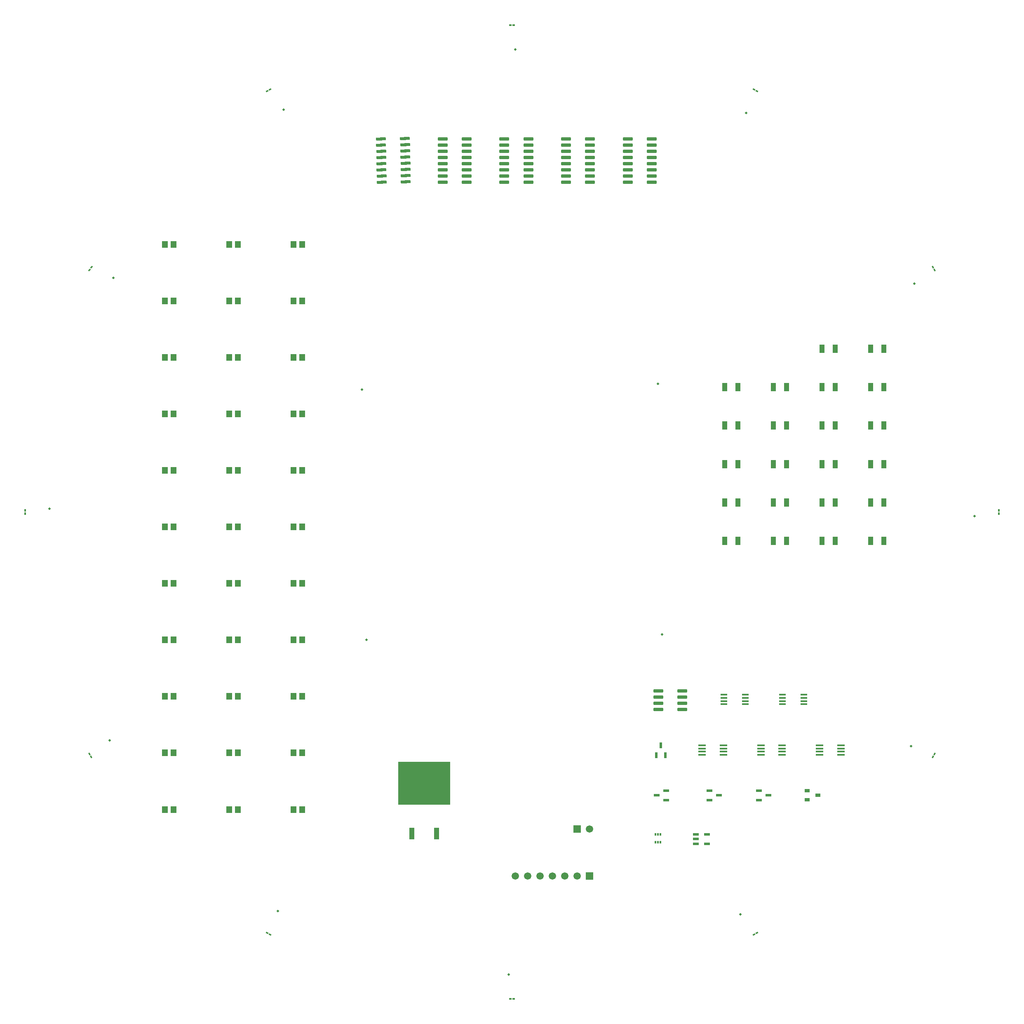
<source format=gbr>
%TF.GenerationSoftware,Altium Limited,Altium Designer,20.2.3 (150)*%
G04 Layer_Color=255*
%FSLAX45Y45*%
%MOMM*%
%TF.SameCoordinates,D065702F-5D7C-4ECE-B493-19553C93D9E3*%
%TF.FilePolarity,Positive*%
%TF.FileFunction,Pads,Top*%
%TF.Part,Single*%
G01*
G75*
%TA.AperFunction,SMDPad,CuDef*%
%ADD10R,0.32000X0.56000*%
G04:AMPARAMS|DCode=11|XSize=1.97mm|YSize=0.6mm|CornerRadius=0.075mm|HoleSize=0mm|Usage=FLASHONLY|Rotation=180.000|XOffset=0mm|YOffset=0mm|HoleType=Round|Shape=RoundedRectangle|*
%AMROUNDEDRECTD11*
21,1,1.97000,0.45000,0,0,180.0*
21,1,1.82000,0.60000,0,0,180.0*
1,1,0.15000,-0.91000,0.22500*
1,1,0.15000,0.91000,0.22500*
1,1,0.15000,0.91000,-0.22500*
1,1,0.15000,-0.91000,-0.22500*
%
%ADD11ROUNDEDRECTD11*%
%ADD12R,1.27000X0.55880*%
%ADD13R,1.49860X0.43180*%
%ADD14R,1.39700X0.43180*%
G04:AMPARAMS|DCode=15|XSize=1.26mm|YSize=0.59mm|CornerRadius=0.07375mm|HoleSize=0mm|Usage=FLASHONLY|Rotation=0.000|XOffset=0mm|YOffset=0mm|HoleType=Round|Shape=RoundedRectangle|*
%AMROUNDEDRECTD15*
21,1,1.26000,0.44250,0,0,0.0*
21,1,1.11250,0.59000,0,0,0.0*
1,1,0.14750,0.55625,-0.22125*
1,1,0.14750,-0.55625,-0.22125*
1,1,0.14750,-0.55625,0.22125*
1,1,0.14750,0.55625,0.22125*
%
%ADD15ROUNDEDRECTD15*%
G04:AMPARAMS|DCode=16|XSize=1.26mm|YSize=0.59mm|CornerRadius=0.07375mm|HoleSize=0mm|Usage=FLASHONLY|Rotation=90.000|XOffset=0mm|YOffset=0mm|HoleType=Round|Shape=RoundedRectangle|*
%AMROUNDEDRECTD16*
21,1,1.26000,0.44250,0,0,90.0*
21,1,1.11250,0.59000,0,0,90.0*
1,1,0.14750,0.22125,0.55625*
1,1,0.14750,0.22125,-0.55625*
1,1,0.14750,-0.22125,-0.55625*
1,1,0.14750,-0.22125,0.55625*
%
%ADD16ROUNDEDRECTD16*%
G04:AMPARAMS|DCode=17|XSize=1.09mm|YSize=0.61mm|CornerRadius=0.07625mm|HoleSize=0mm|Usage=FLASHONLY|Rotation=0.000|XOffset=0mm|YOffset=0mm|HoleType=Round|Shape=RoundedRectangle|*
%AMROUNDEDRECTD17*
21,1,1.09000,0.45750,0,0,0.0*
21,1,0.93750,0.61000,0,0,0.0*
1,1,0.15250,0.46875,-0.22875*
1,1,0.15250,-0.46875,-0.22875*
1,1,0.15250,-0.46875,0.22875*
1,1,0.15250,0.46875,0.22875*
%
%ADD17ROUNDEDRECTD17*%
%ADD18R,1.10000X1.70000*%
%ADD19R,1.20000X1.40000*%
G04:AMPARAMS|DCode=20|XSize=1.97mm|YSize=0.6mm|CornerRadius=0.075mm|HoleSize=0mm|Usage=FLASHONLY|Rotation=180.044|XOffset=0mm|YOffset=0mm|HoleType=Round|Shape=RoundedRectangle|*
%AMROUNDEDRECTD20*
21,1,1.97000,0.45000,0,0,180.0*
21,1,1.82000,0.60000,0,0,180.0*
1,1,0.15000,-0.91017,0.22430*
1,1,0.15000,0.90983,0.22570*
1,1,0.15000,0.91017,-0.22430*
1,1,0.15000,-0.90983,-0.22570*
%
%ADD20ROUNDEDRECTD20*%
%ADD21R,1.05000X2.40000*%
%ADD22R,10.65000X8.90000*%
G04:AMPARAMS|DCode=23|XSize=1.97mm|YSize=0.6mm|CornerRadius=0.075mm|HoleSize=0mm|Usage=FLASHONLY|Rotation=181.033|XOffset=0mm|YOffset=0mm|HoleType=Round|Shape=RoundedRectangle|*
%AMROUNDEDRECTD23*
21,1,1.97000,0.45000,0,0,181.0*
21,1,1.82000,0.60000,0,0,181.0*
1,1,0.15000,-0.91391,0.20856*
1,1,0.15000,0.90580,0.24136*
1,1,0.15000,0.91391,-0.20856*
1,1,0.15000,-0.90580,-0.24136*
%
%ADD23ROUNDEDRECTD23*%
G04:AMPARAMS|DCode=24|XSize=0.3mm|YSize=0.5mm|CornerRadius=0mm|HoleSize=0mm|Usage=FLASHONLY|Rotation=179.227|XOffset=0mm|YOffset=0mm|HoleType=Round|Shape=Rectangle|*
%AMROTATEDRECTD24*
4,1,4,0.15336,0.24795,0.14661,-0.25200,-0.15336,-0.24795,-0.14661,0.25200,0.15336,0.24795,0.0*
%
%ADD24ROTATEDRECTD24*%

%ADD25R,0.50000X0.30000*%
G04:AMPARAMS|DCode=26|XSize=0.3mm|YSize=0.5mm|CornerRadius=0mm|HoleSize=0mm|Usage=FLASHONLY|Rotation=239.828|XOffset=0mm|YOffset=0mm|HoleType=Round|Shape=Rectangle|*
%AMROTATEDRECTD26*
4,1,4,-0.14074,0.25533,0.29152,0.00403,0.14074,-0.25533,-0.29152,-0.00403,-0.14074,0.25533,0.0*
%
%ADD26ROTATEDRECTD26*%

G04:AMPARAMS|DCode=27|XSize=0.3mm|YSize=0.5mm|CornerRadius=0mm|HoleSize=0mm|Usage=FLASHONLY|Rotation=300.000|XOffset=0mm|YOffset=0mm|HoleType=Round|Shape=Rectangle|*
%AMROTATEDRECTD27*
4,1,4,-0.29151,0.00490,0.14151,0.25490,0.29151,-0.00490,-0.14151,-0.25490,-0.29151,0.00490,0.0*
%
%ADD27ROTATEDRECTD27*%

G04:AMPARAMS|DCode=28|XSize=0.3mm|YSize=0.5mm|CornerRadius=0mm|HoleSize=0mm|Usage=FLASHONLY|Rotation=143.067|XOffset=0mm|YOffset=0mm|HoleType=Round|Shape=Rectangle|*
%AMROTATEDRECTD28*
4,1,4,0.27012,0.10970,-0.03032,-0.28997,-0.27012,-0.10970,0.03032,0.28997,0.27012,0.10970,0.0*
%
%ADD28ROTATEDRECTD28*%

G04:AMPARAMS|DCode=29|XSize=0.3mm|YSize=0.5mm|CornerRadius=0mm|HoleSize=0mm|Usage=FLASHONLY|Rotation=0.225|XOffset=0mm|YOffset=0mm|HoleType=Round|Shape=Rectangle|*
%AMROTATEDRECTD29*
4,1,4,-0.14902,-0.25059,-0.15098,0.24941,0.14902,0.25059,0.15098,-0.24941,-0.14902,-0.25059,0.0*
%
%ADD29ROTATEDRECTD29*%

G04:AMPARAMS|DCode=30|XSize=0.3mm|YSize=0.5mm|CornerRadius=0mm|HoleSize=0mm|Usage=FLASHONLY|Rotation=29.737|XOffset=0mm|YOffset=0mm|HoleType=Round|Shape=Rectangle|*
%AMROTATEDRECTD30*
4,1,4,-0.00624,-0.29148,-0.25425,0.14267,0.00624,0.29148,0.25425,-0.14267,-0.00624,-0.29148,0.0*
%
%ADD30ROTATEDRECTD30*%

G04:AMPARAMS|DCode=31|XSize=0.3mm|YSize=0.5mm|CornerRadius=0mm|HoleSize=0mm|Usage=FLASHONLY|Rotation=150.000|XOffset=0mm|YOffset=0mm|HoleType=Round|Shape=Rectangle|*
%AMROTATEDRECTD31*
4,1,4,0.25490,0.14151,0.00490,-0.29151,-0.25490,-0.14151,-0.00490,0.29151,0.25490,0.14151,0.0*
%
%ADD31ROTATEDRECTD31*%

%TA.AperFunction,ComponentPad*%
%ADD33R,1.50000X1.50000*%
%ADD34C,1.50000*%
%ADD35C,0.50000*%
D10*
X14047836Y4220942D02*
D03*
X13947836Y4377939D02*
D03*
X13997838D02*
D03*
X14047836D02*
D03*
X13997838Y4220942D02*
D03*
X13947836D02*
D03*
D11*
X14002747Y6945427D02*
D03*
Y7072427D02*
D03*
Y7199427D02*
D03*
Y7326427D02*
D03*
X14496745D02*
D03*
Y7199427D02*
D03*
Y7072427D02*
D03*
Y6945427D02*
D03*
X13375320Y17773442D02*
D03*
X13375314Y17900447D02*
D03*
X13375320Y18027441D02*
D03*
Y18154442D02*
D03*
Y18281442D02*
D03*
Y18408443D02*
D03*
Y18535442D02*
D03*
Y18662442D02*
D03*
X13870316D02*
D03*
X13870320Y18535442D02*
D03*
Y18408443D02*
D03*
Y18281442D02*
D03*
Y18154442D02*
D03*
Y18027441D02*
D03*
Y17900443D02*
D03*
Y17773442D02*
D03*
X10840725Y17773447D02*
D03*
Y17900447D02*
D03*
Y18027448D02*
D03*
Y18154446D02*
D03*
Y18281447D02*
D03*
Y18408447D02*
D03*
Y18535442D02*
D03*
Y18662447D02*
D03*
X11335725D02*
D03*
Y18535448D02*
D03*
Y18408443D02*
D03*
X11335720Y18281447D02*
D03*
X11335725Y18154446D02*
D03*
Y18027448D02*
D03*
Y17900447D02*
D03*
Y17773447D02*
D03*
X12108023Y17773442D02*
D03*
X12108017Y17900443D02*
D03*
X12108023Y18027441D02*
D03*
X12108017Y18154442D02*
D03*
X12108023Y18281442D02*
D03*
Y18408443D02*
D03*
Y18535442D02*
D03*
Y18662442D02*
D03*
X12603023D02*
D03*
Y18535442D02*
D03*
Y18408443D02*
D03*
Y18281442D02*
D03*
X12603018Y18154442D02*
D03*
Y18027441D02*
D03*
Y17900443D02*
D03*
Y17773442D02*
D03*
D12*
X15003847Y4378000D02*
D03*
Y4184960D02*
D03*
X14775246D02*
D03*
Y4281480D02*
D03*
Y4378000D02*
D03*
D13*
X17318996Y6012917D02*
D03*
Y6076417D02*
D03*
Y6142457D02*
D03*
Y6205957D02*
D03*
X17755875D02*
D03*
Y6142457D02*
D03*
Y6076417D02*
D03*
Y6012917D02*
D03*
X16111935D02*
D03*
Y6076417D02*
D03*
Y6142457D02*
D03*
Y6205957D02*
D03*
X16548816D02*
D03*
Y6142457D02*
D03*
Y6076417D02*
D03*
Y6012917D02*
D03*
X14904877D02*
D03*
Y6076417D02*
D03*
Y6142457D02*
D03*
Y6205957D02*
D03*
X15341757D02*
D03*
Y6142457D02*
D03*
Y6076417D02*
D03*
Y6012917D02*
D03*
D14*
X15795715Y7247275D02*
D03*
Y7182277D02*
D03*
Y7117278D02*
D03*
Y7052280D02*
D03*
X15353757D02*
D03*
Y7117278D02*
D03*
Y7182277D02*
D03*
Y7247275D02*
D03*
X16997694D02*
D03*
Y7182277D02*
D03*
Y7117278D02*
D03*
Y7052280D02*
D03*
X16555734D02*
D03*
Y7117278D02*
D03*
Y7182277D02*
D03*
Y7247275D02*
D03*
D15*
X16269411Y5178948D02*
D03*
X16073410Y5083947D02*
D03*
Y5273949D02*
D03*
X13967247Y5178948D02*
D03*
X14163248Y5273949D02*
D03*
Y5083947D02*
D03*
X15253249Y5178948D02*
D03*
X15057246Y5083947D02*
D03*
Y5273949D02*
D03*
D16*
X14056934Y6203914D02*
D03*
X14151935Y6007918D02*
D03*
X13961932D02*
D03*
D17*
X17065569Y5089952D02*
D03*
X17279568Y5181448D02*
D03*
X17065569Y5272949D02*
D03*
D18*
X18636183Y10405156D02*
D03*
X18366187D02*
D03*
X17635864D02*
D03*
X17365863D02*
D03*
X16635542D02*
D03*
X16365540D02*
D03*
X15635223D02*
D03*
X15365227D02*
D03*
X18636183Y11195477D02*
D03*
X18366180D02*
D03*
X17635860D02*
D03*
X17365858D02*
D03*
X16635538D02*
D03*
X16365540D02*
D03*
X15635223D02*
D03*
X15365227D02*
D03*
X18636183Y11985793D02*
D03*
X18366180D02*
D03*
X17635860D02*
D03*
X17365863D02*
D03*
X16635542D02*
D03*
X16365540D02*
D03*
X15635223D02*
D03*
X15365222D02*
D03*
X18636183Y12776114D02*
D03*
X18366187D02*
D03*
X17635864D02*
D03*
X17365863D02*
D03*
X16635542D02*
D03*
X16365540D02*
D03*
X15635223D02*
D03*
X15365227D02*
D03*
X18636183Y13566435D02*
D03*
X18366180D02*
D03*
X17635860D02*
D03*
X17365858D02*
D03*
X16635538D02*
D03*
X16365535D02*
D03*
X15635219D02*
D03*
X15365218D02*
D03*
X18636183Y14356750D02*
D03*
X18366180D02*
D03*
X17635860D02*
D03*
X17365863D02*
D03*
D19*
X4052219Y16494044D02*
D03*
X3872220Y16494049D02*
D03*
X5372542Y16494044D02*
D03*
X5192542Y16494049D02*
D03*
X6692859D02*
D03*
X6512860Y16494044D02*
D03*
X4052219Y15333727D02*
D03*
X3872220D02*
D03*
X5372542D02*
D03*
X5192542D02*
D03*
X6692859D02*
D03*
X6512860D02*
D03*
X4052219Y14173402D02*
D03*
X3872220D02*
D03*
X5372542D02*
D03*
X5192542D02*
D03*
X6692859D02*
D03*
X6512860D02*
D03*
X4052219Y13013084D02*
D03*
X3872220D02*
D03*
X5372542D02*
D03*
X5192542D02*
D03*
X6692859D02*
D03*
X6512860D02*
D03*
X4052219Y11852763D02*
D03*
X3872220D02*
D03*
X5372542D02*
D03*
X5192542D02*
D03*
X6692859D02*
D03*
X6512860D02*
D03*
X4052219Y10692445D02*
D03*
X3872220D02*
D03*
X5372542D02*
D03*
X5192542D02*
D03*
X6692859D02*
D03*
X6512860D02*
D03*
X3872220Y9532127D02*
D03*
X4052219D02*
D03*
X5372542D02*
D03*
X5192542D02*
D03*
X6692859D02*
D03*
X6512860D02*
D03*
X4052219Y8371804D02*
D03*
X3872220D02*
D03*
X5372542D02*
D03*
X5192542D02*
D03*
X6692859D02*
D03*
X6512860D02*
D03*
X4052219Y7211487D02*
D03*
X3872220D02*
D03*
X5372542D02*
D03*
X5192542D02*
D03*
X6692859D02*
D03*
X6512860D02*
D03*
X4052219Y6051164D02*
D03*
X3872220D02*
D03*
X5372542D02*
D03*
X5192542D02*
D03*
X6692859D02*
D03*
X6512860D02*
D03*
X4052219Y4890846D02*
D03*
X3872220D02*
D03*
X5372542D02*
D03*
X5192542D02*
D03*
X6692859D02*
D03*
X6512860D02*
D03*
D20*
X9574174Y17773528D02*
D03*
X9574078Y17900528D02*
D03*
X9573981Y18027522D02*
D03*
X9573885Y18154523D02*
D03*
X9573788Y18281528D02*
D03*
X9573687Y18408528D02*
D03*
X9573585Y18535522D02*
D03*
X9573489Y18662527D02*
D03*
X10068489Y18662904D02*
D03*
X10068585Y18535904D02*
D03*
X10068687Y18408910D02*
D03*
X10068784Y18281905D02*
D03*
X10068880Y18154904D02*
D03*
X10068977Y18027904D02*
D03*
X10069073Y17900903D02*
D03*
X10069175Y17773904D02*
D03*
D21*
X8941242Y4397456D02*
D03*
X9449242D02*
D03*
D22*
X9195242Y5432455D02*
D03*
D23*
X8323382Y17775392D02*
D03*
X8321091Y17902373D02*
D03*
X8318800Y18029352D02*
D03*
X8316509Y18156331D02*
D03*
X8314223Y18283311D02*
D03*
X8311932Y18410286D02*
D03*
X8309646Y18537265D02*
D03*
X8307354Y18664246D02*
D03*
X8802268Y18673166D02*
D03*
X8804559Y18546185D02*
D03*
X8806851Y18419211D02*
D03*
X8809142Y18292232D02*
D03*
X8811428Y18165253D02*
D03*
X8813719Y18038272D02*
D03*
X8816005Y17911293D02*
D03*
X8818296Y17784312D02*
D03*
D24*
X21000476Y11034994D02*
D03*
X20999532Y10965002D02*
D03*
D25*
X10965002Y21000005D02*
D03*
X11035000Y21000009D02*
D03*
Y999993D02*
D03*
X10965002D02*
D03*
D26*
X15969746Y19677847D02*
D03*
X16030260Y19642668D02*
D03*
X6030311Y2322241D02*
D03*
X5969686Y2357242D02*
D03*
D27*
Y19642760D02*
D03*
X6030311Y19677756D02*
D03*
X16030316Y2357242D02*
D03*
X15969691Y2322241D02*
D03*
D28*
X2361829Y16026668D02*
D03*
X2319767Y15970712D02*
D03*
D29*
X1000135Y10965002D02*
D03*
X999856Y11035000D02*
D03*
D30*
X2357100Y5969605D02*
D03*
X2322383Y6030392D02*
D03*
X19642760Y16030312D02*
D03*
X19677760Y15969691D02*
D03*
D31*
Y6030311D02*
D03*
X19642760Y5969686D02*
D03*
D33*
X12339569Y4490679D02*
D03*
X12593569Y3521893D02*
D03*
D34*
Y4490679D02*
D03*
X11069569Y3521893D02*
D03*
X11323569D02*
D03*
X11577569D02*
D03*
X11831569D02*
D03*
X12339569D02*
D03*
X12085569D02*
D03*
D35*
X1499977Y11070900D02*
D03*
X14083707Y8483158D02*
D03*
X13992824Y13632916D02*
D03*
X7916296Y13516840D02*
D03*
X8007055Y8374537D02*
D03*
X20502951Y10915330D02*
D03*
X2808300Y15811348D02*
D03*
X2737211Y6311346D02*
D03*
X6188542Y2808112D02*
D03*
X10929102Y1499997D02*
D03*
X15688544Y2737399D02*
D03*
X19191702Y6188649D02*
D03*
X19262785Y15688655D02*
D03*
X15811459Y19191888D02*
D03*
X11070900Y20500005D02*
D03*
X6311453Y19262598D02*
D03*
%TF.MD5,7207929478af6581fbd90189952b3053*%
M02*

</source>
